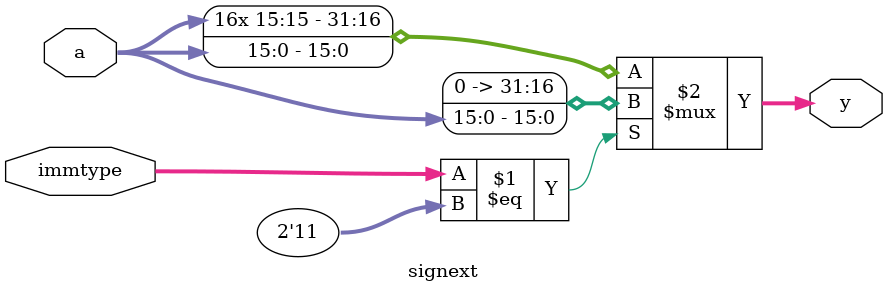
<source format=v>
module signext(
        input  [15:0] a,
        input  [1:0]  immtype, 
        output [31:0] y
    );
    
    assign y= (immtype==2'b11)? {{16{1'b0}},a}:{{16{a[15]}},a};
    
endmodule
</source>
